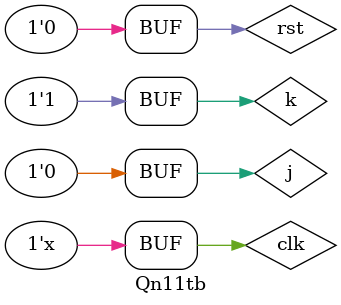
<source format=v>
`timescale 1ns / 1ps
module Qn11tb;
    reg j,k,clk,rst;
    wire out;
    Qn11 uut(.j(j),.k(k),.clk(clk),.rst(rst), .out(out));
    always #5 clk=~clk;
    initial begin
        clk=0;
        rst=1;
        #6 rst=0;
        j=0;
        k=0;
        #10 j=1;
        #10 k=0;j=0;
        #10 k=1;
    end
endmodule

</source>
